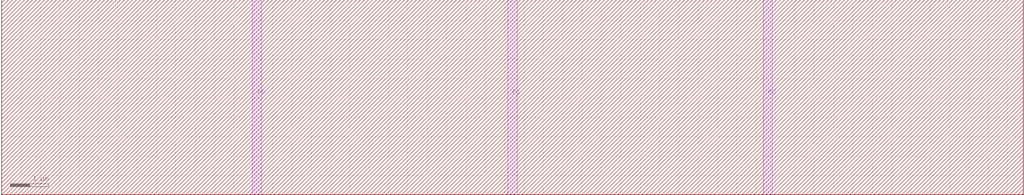
<source format=lef>
VERSION 5.1 ;

NAMESCASESENSITIVE ON ;

UNITS
    DATABASE MICRONS 100 ;
END UNITS

LAYER POLY1
    TYPE MASTERSLICE ;
END POLY1

LAYER METAL1
    TYPE ROUTING ;
    WIDTH 0.23 ;
    SPACING 0.23 ;
    SPACING 0.6 RANGE 10.0 100000.0 ;
    PITCH 0.56 ;
    DIRECTION HORIZONTAL ;
END METAL1

LAYER VIA12
    TYPE CUT ;
END VIA12

LAYER METAL2
    TYPE ROUTING ;
    WIDTH 0.28 ;
    SPACING 0.28 ;
    SPACING 0.6 RANGE 10.0 100000.0 ;
    PITCH 0.66 ;
    DIRECTION VERTICAL ;
END METAL2

LAYER VIA23
    TYPE CUT ;
END VIA23

LAYER METAL3
    TYPE ROUTING ;
    WIDTH 0.28 ;
    SPACING 0.28 ;
    SPACING 0.6 RANGE 10.0 100000.0 ;
    PITCH 0.56 ;
    DIRECTION HORIZONTAL ;
END METAL3

LAYER VIA34
    TYPE CUT ;
END VIA34

LAYER METAL4
    TYPE ROUTING ;
    WIDTH 0.28 ;
    SPACING 0.28 ;
    SPACING 0.6 RANGE 10.0 100000.0 ;
    PITCH 0.66 ;
    DIRECTION VERTICAL ;
END METAL4

LAYER VIA45
    TYPE CUT ;
END VIA45

LAYER METAL5
    TYPE ROUTING ;
    WIDTH 0.44 ;
    SPACING 0.46 ;
    SPACING 0.6 RANGE 10.0 100000.0 ;
    PITCH 1.12 ;
    DIRECTION HORIZONTAL ;
END METAL5

LAYER OVERLAP
    TYPE OVERLAP ;
END OVERLAP

VIA via1 DEFAULT
    LAYER METAL1 ;
        RECT -0.19 -0.14 0.19 0.14 ;
    LAYER VIA12 ;
        RECT -0.13 -0.13 0.13 0.13 ;
    LAYER METAL2 ;
        RECT -0.19 -0.14 0.19 0.14 ;
END via1

VIA via2 DEFAULT
    LAYER METAL2 ;
        RECT -0.19 -0.14 0.19 0.14 ;
    LAYER VIA23 ;
        RECT -0.13 -0.13 0.13 0.13 ;
    LAYER METAL3 ;
        RECT -0.19 -0.14 0.19 0.14 ;
END via2

VIA via3 DEFAULT
    LAYER METAL3 ;
        RECT -0.19 -0.14 0.19 0.14 ;
    LAYER VIA34 ;
        RECT -0.13 -0.13 0.13 0.13 ;
    LAYER METAL4 ;
        RECT -0.19 -0.14 0.19 0.14 ;
END via3

VIA via4 DEFAULT
    LAYER METAL4 ;
        RECT -0.24 -0.19 0.24 0.19 ;
    LAYER VIA45 ;
        RECT -0.18 -0.18 0.18 0.18 ;
    LAYER METAL5 ;
        RECT -0.27 -0.27 0.27 0.27 ;
END via4

SPACING
    SAMENET METAL1 METAL1 0.23 ;
    SAMENET METAL2 METAL2 0.28 ;
    SAMENET METAL3 METAL3 0.28 ;
    SAMENET METAL4 METAL4 0.28 ;
    SAMENET METAL5 METAL5 0.46 ;
    SAMENET VIA12 VIA12 0.26 ;
    SAMENET VIA23 VIA23 0.26 ;
    SAMENET VIA34 VIA34 0.26 ;
    SAMENET VIA45 VIA34 0.35 ;
END SPACING

SITE core
    SIZE 0.66 BY 5.04 ;
    CLASS CORE ;
    SYMMETRY y ;
END core

MACRO mod0
    CLASS CORE ;
    SIZE 9.24 BY 5.04 ;
    ORIGIN 0.00 0.00 ;
    SYMMETRY x y ;
    SITE core ;
    PIN P0
        DIRECTION INOUT ;
        USE SIGNAL ;
        PORT
        LAYER METAL1 ;
        RECT 1.2000 0.0000 1.4400 5.0400 ;
        END
    END P0
    PIN P1
        DIRECTION INOUT ;
        USE SIGNAL ;
        PORT
        LAYER METAL1 ;
        RECT 2.5200 0.0000 2.7600 5.0400 ;
        END
    END P1
    PIN P2
        DIRECTION INOUT ;
        USE SIGNAL ;
        PORT
        LAYER METAL1 ;
        RECT 3.8400 0.0000 4.0800 5.0400 ;
        END
    END P2
    PIN P3
        DIRECTION INOUT ;
        USE SIGNAL ;
        PORT
        LAYER METAL1 ;
        RECT 5.1600 0.0000 5.4000 5.0400 ;
        END
    END P3
    PIN P4
        DIRECTION INOUT ;
        USE SIGNAL ;
        PORT
        LAYER METAL1 ;
        RECT 6.4800 0.0000 6.7200 5.0400 ;
        END
    END P4
    PIN P5
        DIRECTION INOUT ;
        USE SIGNAL ;
        PORT
        LAYER METAL1 ;
        RECT 7.8000 0.0000 8.0400 5.0400 ;
        END
    END P5
END mod0

MACRO mod1
    CLASS CORE ;
    SIZE 2.64 BY 5.04 ;
    ORIGIN 0.00 0.00 ;
    SYMMETRY x y ;
    SITE core ;
    PIN P0
        DIRECTION INOUT ;
        USE SIGNAL ;
        PORT
        LAYER METAL1 ;
        RECT 0.5400 0.0000 0.7800 5.0400 ;
        END
    END P0
    PIN P1
        DIRECTION INOUT ;
        USE SIGNAL ;
        PORT
        LAYER METAL1 ;
        RECT 1.2000 0.0000 1.4400 5.0400 ;
        END
    END P1
    PIN P2
        DIRECTION INOUT ;
        USE SIGNAL ;
        PORT
        LAYER METAL1 ;
        RECT 1.8600 0.0000 2.1000 5.0400 ;
        END
    END P2
END mod1

MACRO mod2
    CLASS CORE ;
    SIZE 3.96 BY 5.04 ;
    ORIGIN 0.00 0.00 ;
    SYMMETRY x y ;
    SITE core ;
    PIN P0
        DIRECTION INOUT ;
        USE SIGNAL ;
        PORT
        LAYER METAL1 ;
        RECT 1.2000 0.0000 1.4400 5.0400 ;
        END
    END P0
    PIN P1
        DIRECTION INOUT ;
        USE SIGNAL ;
        PORT
        LAYER METAL1 ;
        RECT 2.5200 0.0000 2.7600 5.0400 ;
        END
    END P1
END mod2

MACRO mod3
    CLASS CORE ;
    SIZE 10.56 BY 5.04 ;
    ORIGIN 0.00 0.00 ;
    SYMMETRY x y ;
    SITE core ;
    PIN P0
        DIRECTION INOUT ;
        USE SIGNAL ;
        PORT
        LAYER METAL1 ;
        RECT 1.2000 0.0000 1.4400 5.0400 ;
        END
    END P0
    PIN P1
        DIRECTION INOUT ;
        USE SIGNAL ;
        PORT
        LAYER METAL1 ;
        RECT 2.5200 0.0000 2.7600 5.0400 ;
        END
    END P1
    PIN P2
        DIRECTION INOUT ;
        USE SIGNAL ;
        PORT
        LAYER METAL1 ;
        RECT 3.8400 0.0000 4.0800 5.0400 ;
        END
    END P2
    PIN P3
        DIRECTION INOUT ;
        USE SIGNAL ;
        PORT
        LAYER METAL1 ;
        RECT 5.1600 0.0000 5.4000 5.0400 ;
        END
    END P3
    PIN P4
        DIRECTION INOUT ;
        USE SIGNAL ;
        PORT
        LAYER METAL1 ;
        RECT 6.4800 0.0000 6.7200 5.0400 ;
        END
    END P4
    PIN P5
        DIRECTION INOUT ;
        USE SIGNAL ;
        PORT
        LAYER METAL1 ;
        RECT 7.8000 0.0000 8.0400 5.0400 ;
        END
    END P5
    PIN P6
        DIRECTION INOUT ;
        USE SIGNAL ;
        PORT
        LAYER METAL1 ;
        RECT 9.1200 0.0000 9.3600 5.0400 ;
        END
    END P6
END mod3

MACRO mod4
    CLASS CORE ;
    SIZE 5.28 BY 5.04 ;
    ORIGIN 0.00 0.00 ;
    SYMMETRY x y ;
    SITE core ;
    PIN P0
        DIRECTION INOUT ;
        USE SIGNAL ;
        PORT
        LAYER METAL1 ;
        RECT 0.7600 0.0000 1.0000 5.0400 ;
        END
    END P0
    PIN P1
        DIRECTION INOUT ;
        USE SIGNAL ;
        PORT
        LAYER METAL1 ;
        RECT 1.6400 0.0000 1.8800 5.0400 ;
        END
    END P1
    PIN P2
        DIRECTION INOUT ;
        USE SIGNAL ;
        PORT
        LAYER METAL1 ;
        RECT 2.5200 0.0000 2.7600 5.0400 ;
        END
    END P2
    PIN P3
        DIRECTION INOUT ;
        USE SIGNAL ;
        PORT
        LAYER METAL1 ;
        RECT 3.4000 0.0000 3.6400 5.0400 ;
        END
    END P3
    PIN P4
        DIRECTION INOUT ;
        USE SIGNAL ;
        PORT
        LAYER METAL1 ;
        RECT 4.2800 0.0000 4.5200 5.0400 ;
        END
    END P4
END mod4

MACRO mod5
    CLASS CORE ;
    SIZE 1.32 BY 5.04 ;
    ORIGIN 0.00 0.00 ;
    SYMMETRY x y ;
    SITE core ;
    PIN P0
        DIRECTION INOUT ;
        USE SIGNAL ;
        PORT
        LAYER METAL1 ;
        RECT 0.3200 0.0000 0.5600 5.0400 ;
        END
    END P0
    PIN P1
        DIRECTION INOUT ;
        USE SIGNAL ;
        PORT
        LAYER METAL1 ;
        RECT 0.7600 0.0000 1.0000 5.0400 ;
        END
    END P1
END mod5

MACRO mod6
    CLASS CORE ;
    SIZE 3.96 BY 5.04 ;
    ORIGIN 0.00 0.00 ;
    SYMMETRY x y ;
    SITE core ;
    PIN P0
        DIRECTION INOUT ;
        USE SIGNAL ;
        PORT
        LAYER METAL1 ;
        RECT 0.5400 0.0000 0.7800 5.0400 ;
        END
    END P0
    PIN P1
        DIRECTION INOUT ;
        USE SIGNAL ;
        PORT
        LAYER METAL1 ;
        RECT 1.2000 0.0000 1.4400 5.0400 ;
        END
    END P1
    PIN P2
        DIRECTION INOUT ;
        USE SIGNAL ;
        PORT
        LAYER METAL1 ;
        RECT 1.8600 0.0000 2.1000 5.0400 ;
        END
    END P2
    PIN P3
        DIRECTION INOUT ;
        USE SIGNAL ;
        PORT
        LAYER METAL1 ;
        RECT 2.5200 0.0000 2.7600 5.0400 ;
        END
    END P3
    PIN P4
        DIRECTION INOUT ;
        USE SIGNAL ;
        PORT
        LAYER METAL1 ;
        RECT 3.1800 0.0000 3.4200 5.0400 ;
        END
    END P4
END mod6

MACRO mod7
    CLASS CORE ;
    SIZE 10.56 BY 5.04 ;
    ORIGIN 0.00 0.00 ;
    SYMMETRY x y ;
    SITE core ;
    PIN P0
        DIRECTION INOUT ;
        USE SIGNAL ;
        PORT
        LAYER METAL1 ;
        RECT 0.9400 0.0000 1.1800 5.0400 ;
        END
    END P0
    PIN P1
        DIRECTION INOUT ;
        USE SIGNAL ;
        PORT
        LAYER METAL1 ;
        RECT 2.0000 0.0000 2.2400 5.0400 ;
        END
    END P1
    PIN P2
        DIRECTION INOUT ;
        USE SIGNAL ;
        PORT
        LAYER METAL1 ;
        RECT 3.0500 0.0000 3.2900 5.0400 ;
        END
    END P2
    PIN P3
        DIRECTION INOUT ;
        USE SIGNAL ;
        PORT
        LAYER METAL1 ;
        RECT 4.1100 0.0000 4.3500 5.0400 ;
        END
    END P3
    PIN P4
        DIRECTION INOUT ;
        USE SIGNAL ;
        PORT
        LAYER METAL1 ;
        RECT 5.1600 0.0000 5.4000 5.0400 ;
        END
    END P4
    PIN P5
        DIRECTION INOUT ;
        USE SIGNAL ;
        PORT
        LAYER METAL1 ;
        RECT 6.2100 0.0000 6.4500 5.0400 ;
        END
    END P5
    PIN P6
        DIRECTION INOUT ;
        USE SIGNAL ;
        PORT
        LAYER METAL1 ;
        RECT 7.2700 0.0000 7.5100 5.0400 ;
        END
    END P6
    PIN P7
        DIRECTION INOUT ;
        USE SIGNAL ;
        PORT
        LAYER METAL1 ;
        RECT 8.3200 0.0000 8.5600 5.0400 ;
        END
    END P7
    PIN P8
        DIRECTION INOUT ;
        USE SIGNAL ;
        PORT
        LAYER METAL1 ;
        RECT 9.3800 0.0000 9.6200 5.0400 ;
        END
    END P8
END mod7

MACRO mod8
    CLASS CORE ;
    SIZE 2.64 BY 5.04 ;
    ORIGIN 0.00 0.00 ;
    SYMMETRY x y ;
    SITE core ;
    PIN P0
        DIRECTION INOUT ;
        USE SIGNAL ;
        PORT
        LAYER METAL1 ;
        RECT 0.7600 0.0000 1.0000 5.0400 ;
        END
    END P0
    PIN P1
        DIRECTION INOUT ;
        USE SIGNAL ;
        PORT
        LAYER METAL1 ;
        RECT 1.6400 0.0000 1.8800 5.0400 ;
        END
    END P1
END mod8

MACRO mod9
    CLASS CORE ;
    SIZE 7.92 BY 5.04 ;
    ORIGIN 0.00 0.00 ;
    SYMMETRY x y ;
    SITE core ;
    PIN P0
        DIRECTION INOUT ;
        USE SIGNAL ;
        PORT
        LAYER METAL1 ;
        RECT 1.4700 0.0000 1.7100 5.0400 ;
        END
    END P0
    PIN P1
        DIRECTION INOUT ;
        USE SIGNAL ;
        PORT
        LAYER METAL1 ;
        RECT 3.0500 0.0000 3.2900 5.0400 ;
        END
    END P1
    PIN P2
        DIRECTION INOUT ;
        USE SIGNAL ;
        PORT
        LAYER METAL1 ;
        RECT 4.6300 0.0000 4.8700 5.0400 ;
        END
    END P2
    PIN P3
        DIRECTION INOUT ;
        USE SIGNAL ;
        PORT
        LAYER METAL1 ;
        RECT 6.2100 0.0000 6.4500 5.0400 ;
        END
    END P3
END mod9

MACRO mod10
    CLASS CORE ;
    SIZE 3.96 BY 5.04 ;
    ORIGIN 0.00 0.00 ;
    SYMMETRY x y ;
    SITE core ;
    PIN P0
        DIRECTION INOUT ;
        USE SIGNAL ;
        PORT
        LAYER METAL1 ;
        RECT 0.6800 0.0000 0.9200 5.0400 ;
        END
    END P0
    PIN P1
        DIRECTION INOUT ;
        USE SIGNAL ;
        PORT
        LAYER METAL1 ;
        RECT 1.4700 0.0000 1.7100 5.0400 ;
        END
    END P1
    PIN P2
        DIRECTION INOUT ;
        USE SIGNAL ;
        PORT
        LAYER METAL1 ;
        RECT 2.2500 0.0000 2.4900 5.0400 ;
        END
    END P2
    PIN P3
        DIRECTION INOUT ;
        USE SIGNAL ;
        PORT
        LAYER METAL1 ;
        RECT 3.0400 0.0000 3.2800 5.0400 ;
        END
    END P3
END mod10

MACRO mod11
    CLASS CORE ;
    SIZE 5.28 BY 5.04 ;
    ORIGIN 0.00 0.00 ;
    SYMMETRY x y ;
    SITE core ;
    PIN P0
        DIRECTION INOUT ;
        USE SIGNAL ;
        PORT
        LAYER METAL1 ;
        RECT 2.5200 0.0000 2.7600 5.0400 ;
        END
    END P0
END mod11

MACRO mod12
    CLASS CORE ;
    SIZE 1.32 BY 5.04 ;
    ORIGIN 0.00 0.00 ;
    SYMMETRY x y ;
    SITE core ;
    PIN P0
        DIRECTION INOUT ;
        USE SIGNAL ;
        PORT
        LAYER METAL1 ;
        RECT 0.5400 0.0000 0.7800 5.0400 ;
        END
    END P0
END mod12

MACRO mod13
    CLASS CORE ;
    SIZE 7.92 BY 5.04 ;
    ORIGIN 0.00 0.00 ;
    SYMMETRY x y ;
    SITE core ;
    PIN P0
        DIRECTION INOUT ;
        USE SIGNAL ;
        PORT
        LAYER METAL1 ;
        RECT 0.6800 0.0000 0.9200 5.0400 ;
        END
    END P0
    PIN P1
        DIRECTION INOUT ;
        USE SIGNAL ;
        PORT
        LAYER METAL1 ;
        RECT 1.4700 0.0000 1.7100 5.0400 ;
        END
    END P1
    PIN P2
        DIRECTION INOUT ;
        USE SIGNAL ;
        PORT
        LAYER METAL1 ;
        RECT 2.2600 0.0000 2.5000 5.0400 ;
        END
    END P2
    PIN P3
        DIRECTION INOUT ;
        USE SIGNAL ;
        PORT
        LAYER METAL1 ;
        RECT 3.0500 0.0000 3.2900 5.0400 ;
        END
    END P3
    PIN P4
        DIRECTION INOUT ;
        USE SIGNAL ;
        PORT
        LAYER METAL1 ;
        RECT 3.8400 0.0000 4.0800 5.0400 ;
        END
    END P4
    PIN P5
        DIRECTION INOUT ;
        USE SIGNAL ;
        PORT
        LAYER METAL1 ;
        RECT 4.6300 0.0000 4.8700 5.0400 ;
        END
    END P5
    PIN P6
        DIRECTION INOUT ;
        USE SIGNAL ;
        PORT
        LAYER METAL1 ;
        RECT 5.4200 0.0000 5.6600 5.0400 ;
        END
    END P6
    PIN P7
        DIRECTION INOUT ;
        USE SIGNAL ;
        PORT
        LAYER METAL1 ;
        RECT 6.2100 0.0000 6.4500 5.0400 ;
        END
    END P7
    PIN P8
        DIRECTION INOUT ;
        USE SIGNAL ;
        PORT
        LAYER METAL1 ;
        RECT 7.0000 0.0000 7.2400 5.0400 ;
        END
    END P8
END mod13

MACRO mod14
    CLASS CORE ;
    SIZE 6.60 BY 5.04 ;
    ORIGIN 0.00 0.00 ;
    SYMMETRY x y ;
    SITE core ;
    PIN P0
        DIRECTION INOUT ;
        USE SIGNAL ;
        PORT
        LAYER METAL1 ;
        RECT 0.9800 0.0000 1.2200 5.0400 ;
        END
    END P0
    PIN P1
        DIRECTION INOUT ;
        USE SIGNAL ;
        PORT
        LAYER METAL1 ;
        RECT 2.0800 0.0000 2.3200 5.0400 ;
        END
    END P1
    PIN P2
        DIRECTION INOUT ;
        USE SIGNAL ;
        PORT
        LAYER METAL1 ;
        RECT 3.1800 0.0000 3.4200 5.0400 ;
        END
    END P2
    PIN P3
        DIRECTION INOUT ;
        USE SIGNAL ;
        PORT
        LAYER METAL1 ;
        RECT 4.2800 0.0000 4.5200 5.0400 ;
        END
    END P3
    PIN P4
        DIRECTION INOUT ;
        USE SIGNAL ;
        PORT
        LAYER METAL1 ;
        RECT 5.3800 0.0000 5.6200 5.0400 ;
        END
    END P4
END mod14

MACRO mod15
    CLASS CORE ;
    SIZE 3.96 BY 5.04 ;
    ORIGIN 0.00 0.00 ;
    SYMMETRY x y ;
    SITE core ;
    PIN P0
        DIRECTION INOUT ;
        USE SIGNAL ;
        PORT
        LAYER METAL1 ;
        RECT 0.8700 0.0000 1.1100 5.0400 ;
        END
    END P0
    PIN P1
        DIRECTION INOUT ;
        USE SIGNAL ;
        PORT
        LAYER METAL1 ;
        RECT 1.8600 0.0000 2.1000 5.0400 ;
        END
    END P1
    PIN P2
        DIRECTION INOUT ;
        USE SIGNAL ;
        PORT
        LAYER METAL1 ;
        RECT 2.8500 0.0000 3.0900 5.0400 ;
        END
    END P2
END mod15

MACRO mod16
    CLASS CORE ;
    SIZE 9.24 BY 5.04 ;
    ORIGIN 0.00 0.00 ;
    SYMMETRY x y ;
    SITE core ;
    PIN P0
        DIRECTION INOUT ;
        USE SIGNAL ;
        PORT
        LAYER METAL1 ;
        RECT 0.8100 0.0000 1.0500 5.0400 ;
        END
    END P0
    PIN P1
        DIRECTION INOUT ;
        USE SIGNAL ;
        PORT
        LAYER METAL1 ;
        RECT 1.7300 0.0000 1.9700 5.0400 ;
        END
    END P1
    PIN P2
        DIRECTION INOUT ;
        USE SIGNAL ;
        PORT
        LAYER METAL1 ;
        RECT 2.6600 0.0000 2.9000 5.0400 ;
        END
    END P2
    PIN P3
        DIRECTION INOUT ;
        USE SIGNAL ;
        PORT
        LAYER METAL1 ;
        RECT 3.5800 0.0000 3.8200 5.0400 ;
        END
    END P3
    PIN P4
        DIRECTION INOUT ;
        USE SIGNAL ;
        PORT
        LAYER METAL1 ;
        RECT 4.5000 0.0000 4.7400 5.0400 ;
        END
    END P4
    PIN P5
        DIRECTION INOUT ;
        USE SIGNAL ;
        PORT
        LAYER METAL1 ;
        RECT 5.4200 0.0000 5.6600 5.0400 ;
        END
    END P5
    PIN P6
        DIRECTION INOUT ;
        USE SIGNAL ;
        PORT
        LAYER METAL1 ;
        RECT 6.3400 0.0000 6.5800 5.0400 ;
        END
    END P6
    PIN P7
        DIRECTION INOUT ;
        USE SIGNAL ;
        PORT
        LAYER METAL1 ;
        RECT 7.2700 0.0000 7.5100 5.0400 ;
        END
    END P7
    PIN P8
        DIRECTION INOUT ;
        USE SIGNAL ;
        PORT
        LAYER METAL1 ;
        RECT 8.1900 0.0000 8.4300 5.0400 ;
        END
    END P8
END mod16

MACRO mod17
    CLASS CORE ;
    SIZE 26.40 BY 5.04 ;
    ORIGIN 0.00 0.00 ;
    SYMMETRY x y ;
    SITE core ;
    PIN P0
        DIRECTION INOUT ;
        USE SIGNAL ;
        PORT
        LAYER METAL1 ;
        RECT 6.4800 0.0000 6.7200 5.0400 ;
        END
    END P0
    PIN P1
        DIRECTION INOUT ;
        USE SIGNAL ;
        PORT
        LAYER METAL1 ;
        RECT 13.0800 0.0000 13.3200 5.0400 ;
        END
    END P1
    PIN P2
        DIRECTION INOUT ;
        USE SIGNAL ;
        PORT
        LAYER METAL1 ;
        RECT 19.6800 0.0000 19.9200 5.0400 ;
        END
    END P2
END mod17

MACRO mod18
    CLASS CORE ;
    SIZE 9.24 BY 5.04 ;
    ORIGIN 0.00 0.00 ;
    SYMMETRY x y ;
    SITE core ;
    PIN P0
        DIRECTION INOUT ;
        USE SIGNAL ;
        PORT
        LAYER METAL1 ;
        RECT 1.4200 0.0000 1.6600 5.0400 ;
        END
    END P0
    PIN P1
        DIRECTION INOUT ;
        USE SIGNAL ;
        PORT
        LAYER METAL1 ;
        RECT 2.9600 0.0000 3.2000 5.0400 ;
        END
    END P1
    PIN P2
        DIRECTION INOUT ;
        USE SIGNAL ;
        PORT
        LAYER METAL1 ;
        RECT 4.5000 0.0000 4.7400 5.0400 ;
        END
    END P2
    PIN P3
        DIRECTION INOUT ;
        USE SIGNAL ;
        PORT
        LAYER METAL1 ;
        RECT 6.0400 0.0000 6.2800 5.0400 ;
        END
    END P3
    PIN P4
        DIRECTION INOUT ;
        USE SIGNAL ;
        PORT
        LAYER METAL1 ;
        RECT 7.5800 0.0000 7.8200 5.0400 ;
        END
    END P4
END mod18

MACRO mod19
    CLASS CORE ;
    SIZE 7.92 BY 5.04 ;
    ORIGIN 0.00 0.00 ;
    SYMMETRY x y ;
    SITE core ;
    PIN P0
        DIRECTION INOUT ;
        USE SIGNAL ;
        PORT
        LAYER METAL1 ;
        RECT 0.8700 0.0000 1.1100 5.0400 ;
        END
    END P0
    PIN P1
        DIRECTION INOUT ;
        USE SIGNAL ;
        PORT
        LAYER METAL1 ;
        RECT 1.8600 0.0000 2.1000 5.0400 ;
        END
    END P1
    PIN P2
        DIRECTION INOUT ;
        USE SIGNAL ;
        PORT
        LAYER METAL1 ;
        RECT 2.8500 0.0000 3.0900 5.0400 ;
        END
    END P2
    PIN P3
        DIRECTION INOUT ;
        USE SIGNAL ;
        PORT
        LAYER METAL1 ;
        RECT 3.8400 0.0000 4.0800 5.0400 ;
        END
    END P3
    PIN P4
        DIRECTION INOUT ;
        USE SIGNAL ;
        PORT
        LAYER METAL1 ;
        RECT 4.8300 0.0000 5.0700 5.0400 ;
        END
    END P4
    PIN P5
        DIRECTION INOUT ;
        USE SIGNAL ;
        PORT
        LAYER METAL1 ;
        RECT 5.8200 0.0000 6.0600 5.0400 ;
        END
    END P5
    PIN P6
        DIRECTION INOUT ;
        USE SIGNAL ;
        PORT
        LAYER METAL1 ;
        RECT 6.8100 0.0000 7.0500 5.0400 ;
        END
    END P6
END mod19

MACRO mod20
    CLASS CORE ;
    SIZE 6.60 BY 5.04 ;
    ORIGIN 0.00 0.00 ;
    SYMMETRY x y ;
    SITE core ;
    PIN P0
        DIRECTION INOUT ;
        USE SIGNAL ;
        PORT
        LAYER METAL1 ;
        RECT 1.2000 0.0000 1.4400 5.0400 ;
        END
    END P0
    PIN P1
        DIRECTION INOUT ;
        USE SIGNAL ;
        PORT
        LAYER METAL1 ;
        RECT 2.5200 0.0000 2.7600 5.0400 ;
        END
    END P1
    PIN P2
        DIRECTION INOUT ;
        USE SIGNAL ;
        PORT
        LAYER METAL1 ;
        RECT 3.8400 0.0000 4.0800 5.0400 ;
        END
    END P2
    PIN P3
        DIRECTION INOUT ;
        USE SIGNAL ;
        PORT
        LAYER METAL1 ;
        RECT 5.1600 0.0000 5.4000 5.0400 ;
        END
    END P3
END mod20

MACRO mod21
    CLASS CORE ;
    SIZE 7.92 BY 5.04 ;
    ORIGIN 0.00 0.00 ;
    SYMMETRY x y ;
    SITE core ;
    PIN P0
        DIRECTION INOUT ;
        USE SIGNAL ;
        PORT
        LAYER METAL1 ;
        RECT 1.8600 0.0000 2.1000 5.0400 ;
        END
    END P0
    PIN P1
        DIRECTION INOUT ;
        USE SIGNAL ;
        PORT
        LAYER METAL1 ;
        RECT 3.8400 0.0000 4.0800 5.0400 ;
        END
    END P1
    PIN P2
        DIRECTION INOUT ;
        USE SIGNAL ;
        PORT
        LAYER METAL1 ;
        RECT 5.8200 0.0000 6.0600 5.0400 ;
        END
    END P2
END mod21

MACRO mod22
    CLASS CORE ;
    SIZE 5.28 BY 5.04 ;
    ORIGIN 0.00 0.00 ;
    SYMMETRY x y ;
    SITE core ;
    PIN P0
        DIRECTION INOUT ;
        USE SIGNAL ;
        PORT
        LAYER METAL1 ;
        RECT 1.2000 0.0000 1.4400 5.0400 ;
        END
    END P0
    PIN P1
        DIRECTION INOUT ;
        USE SIGNAL ;
        PORT
        LAYER METAL1 ;
        RECT 2.5200 0.0000 2.7600 5.0400 ;
        END
    END P1
    PIN P2
        DIRECTION INOUT ;
        USE SIGNAL ;
        PORT
        LAYER METAL1 ;
        RECT 3.8400 0.0000 4.0800 5.0400 ;
        END
    END P2
END mod22

MACRO mod23
    CLASS CORE ;
    SIZE 6.60 BY 5.04 ;
    ORIGIN 0.00 0.00 ;
    SYMMETRY x y ;
    SITE core ;
    PIN P0
        DIRECTION INOUT ;
        USE SIGNAL ;
        PORT
        LAYER METAL1 ;
        RECT 2.0800 0.0000 2.3200 5.0400 ;
        END
    END P0
    PIN P1
        DIRECTION INOUT ;
        USE SIGNAL ;
        PORT
        LAYER METAL1 ;
        RECT 4.2800 0.0000 4.5200 5.0400 ;
        END
    END P1
END mod23

MACRO mod24
    CLASS CORE ;
    SIZE 7.92 BY 5.04 ;
    ORIGIN 0.00 0.00 ;
    SYMMETRY x y ;
    SITE core ;
    PIN P0
        DIRECTION INOUT ;
        USE SIGNAL ;
        PORT
        LAYER METAL1 ;
        RECT 1.0200 0.0000 1.2600 5.0400 ;
        END
    END P0
    PIN P1
        DIRECTION INOUT ;
        USE SIGNAL ;
        PORT
        LAYER METAL1 ;
        RECT 2.1500 0.0000 2.3900 5.0400 ;
        END
    END P1
    PIN P2
        DIRECTION INOUT ;
        USE SIGNAL ;
        PORT
        LAYER METAL1 ;
        RECT 3.2800 0.0000 3.5200 5.0400 ;
        END
    END P2
    PIN P3
        DIRECTION INOUT ;
        USE SIGNAL ;
        PORT
        LAYER METAL1 ;
        RECT 4.4000 0.0000 4.6400 5.0400 ;
        END
    END P3
    PIN P4
        DIRECTION INOUT ;
        USE SIGNAL ;
        PORT
        LAYER METAL1 ;
        RECT 5.5300 0.0000 5.7700 5.0400 ;
        END
    END P4
    PIN P5
        DIRECTION INOUT ;
        USE SIGNAL ;
        PORT
        LAYER METAL1 ;
        RECT 6.6600 0.0000 6.9000 5.0400 ;
        END
    END P5
END mod24

MACRO mod25
    CLASS CORE ;
    SIZE 6.60 BY 5.04 ;
    ORIGIN 0.00 0.00 ;
    SYMMETRY x y ;
    SITE core ;
    PIN P0
        DIRECTION INOUT ;
        USE SIGNAL ;
        PORT
        LAYER METAL1 ;
        RECT 0.8300 0.0000 1.0700 5.0400 ;
        END
    END P0
    PIN P1
        DIRECTION INOUT ;
        USE SIGNAL ;
        PORT
        LAYER METAL1 ;
        RECT 1.7700 0.0000 2.0100 5.0400 ;
        END
    END P1
    PIN P2
        DIRECTION INOUT ;
        USE SIGNAL ;
        PORT
        LAYER METAL1 ;
        RECT 2.7100 0.0000 2.9500 5.0400 ;
        END
    END P2
    PIN P3
        DIRECTION INOUT ;
        USE SIGNAL ;
        PORT
        LAYER METAL1 ;
        RECT 3.6500 0.0000 3.8900 5.0400 ;
        END
    END P3
    PIN P4
        DIRECTION INOUT ;
        USE SIGNAL ;
        PORT
        LAYER METAL1 ;
        RECT 4.5900 0.0000 4.8300 5.0400 ;
        END
    END P4
    PIN P5
        DIRECTION INOUT ;
        USE SIGNAL ;
        PORT
        LAYER METAL1 ;
        RECT 5.5300 0.0000 5.7700 5.0400 ;
        END
    END P5
END mod25

MACRO mod26
    CLASS CORE ;
    SIZE 5.28 BY 5.04 ;
    ORIGIN 0.00 0.00 ;
    SYMMETRY x y ;
    SITE core ;
    PIN P0
        DIRECTION INOUT ;
        USE SIGNAL ;
        PORT
        LAYER METAL1 ;
        RECT 1.6400 0.0000 1.8800 5.0400 ;
        END
    END P0
    PIN P1
        DIRECTION INOUT ;
        USE SIGNAL ;
        PORT
        LAYER METAL1 ;
        RECT 3.4000 0.0000 3.6400 5.0400 ;
        END
    END P1
END mod26

MACRO mod27
    CLASS CORE ;
    SIZE 11.88 BY 5.04 ;
    ORIGIN 0.00 0.00 ;
    SYMMETRY x y ;
    SITE core ;
    PIN P0
        DIRECTION INOUT ;
        USE SIGNAL ;
        PORT
        LAYER METAL1 ;
        RECT 1.5800 0.0000 1.8200 5.0400 ;
        END
    END P0
    PIN P1
        DIRECTION INOUT ;
        USE SIGNAL ;
        PORT
        LAYER METAL1 ;
        RECT 3.2800 0.0000 3.5200 5.0400 ;
        END
    END P1
    PIN P2
        DIRECTION INOUT ;
        USE SIGNAL ;
        PORT
        LAYER METAL1 ;
        RECT 4.9800 0.0000 5.2200 5.0400 ;
        END
    END P2
    PIN P3
        DIRECTION INOUT ;
        USE SIGNAL ;
        PORT
        LAYER METAL1 ;
        RECT 6.6600 0.0000 6.9000 5.0400 ;
        END
    END P3
    PIN P4
        DIRECTION INOUT ;
        USE SIGNAL ;
        PORT
        LAYER METAL1 ;
        RECT 8.3600 0.0000 8.6000 5.0400 ;
        END
    END P4
    PIN P5
        DIRECTION INOUT ;
        USE SIGNAL ;
        PORT
        LAYER METAL1 ;
        RECT 10.0600 0.0000 10.3000 5.0400 ;
        END
    END P5
END mod27

MACRO mod28
    CLASS CORE ;
    SIZE 9.24 BY 5.04 ;
    ORIGIN 0.00 0.00 ;
    SYMMETRY x y ;
    SITE core ;
    PIN P0
        DIRECTION INOUT ;
        USE SIGNAL ;
        PORT
        LAYER METAL1 ;
        RECT 0.9100 0.0000 1.1500 5.0400 ;
        END
    END P0
    PIN P1
        DIRECTION INOUT ;
        USE SIGNAL ;
        PORT
        LAYER METAL1 ;
        RECT 1.9400 0.0000 2.1800 5.0400 ;
        END
    END P1
    PIN P2
        DIRECTION INOUT ;
        USE SIGNAL ;
        PORT
        LAYER METAL1 ;
        RECT 2.9600 0.0000 3.2000 5.0400 ;
        END
    END P2
    PIN P3
        DIRECTION INOUT ;
        USE SIGNAL ;
        PORT
        LAYER METAL1 ;
        RECT 3.9900 0.0000 4.2300 5.0400 ;
        END
    END P3
    PIN P4
        DIRECTION INOUT ;
        USE SIGNAL ;
        PORT
        LAYER METAL1 ;
        RECT 5.0100 0.0000 5.2500 5.0400 ;
        END
    END P4
    PIN P5
        DIRECTION INOUT ;
        USE SIGNAL ;
        PORT
        LAYER METAL1 ;
        RECT 6.0300 0.0000 6.2700 5.0400 ;
        END
    END P5
    PIN P6
        DIRECTION INOUT ;
        USE SIGNAL ;
        PORT
        LAYER METAL1 ;
        RECT 7.0600 0.0000 7.3000 5.0400 ;
        END
    END P6
    PIN P7
        DIRECTION INOUT ;
        USE SIGNAL ;
        PORT
        LAYER METAL1 ;
        RECT 8.0900 0.0000 8.3300 5.0400 ;
        END
    END P7
END mod28

MACRO mod29
    CLASS CORE ;
    SIZE 13.20 BY 5.04 ;
    ORIGIN 0.00 0.00 ;
    SYMMETRY x y ;
    SITE core ;
    PIN P0
        DIRECTION INOUT ;
        USE SIGNAL ;
        PORT
        LAYER METAL1 ;
        RECT 1.7700 0.0000 2.0100 5.0400 ;
        END
    END P0
    PIN P1
        DIRECTION INOUT ;
        USE SIGNAL ;
        PORT
        LAYER METAL1 ;
        RECT 3.6600 0.0000 3.9000 5.0400 ;
        END
    END P1
    PIN P2
        DIRECTION INOUT ;
        USE SIGNAL ;
        PORT
        LAYER METAL1 ;
        RECT 5.5400 0.0000 5.7800 5.0400 ;
        END
    END P2
    PIN P3
        DIRECTION INOUT ;
        USE SIGNAL ;
        PORT
        LAYER METAL1 ;
        RECT 7.4200 0.0000 7.6600 5.0400 ;
        END
    END P3
    PIN P4
        DIRECTION INOUT ;
        USE SIGNAL ;
        PORT
        LAYER METAL1 ;
        RECT 9.3000 0.0000 9.5400 5.0400 ;
        END
    END P4
    PIN P5
        DIRECTION INOUT ;
        USE SIGNAL ;
        PORT
        LAYER METAL1 ;
        RECT 11.1900 0.0000 11.4300 5.0400 ;
        END
    END P5
END mod29

MACRO mod30
    CLASS CORE ;
    SIZE 6.60 BY 5.04 ;
    ORIGIN 0.00 0.00 ;
    SYMMETRY x y ;
    SITE core ;
    PIN P0
        DIRECTION INOUT ;
        USE SIGNAL ;
        PORT
        LAYER METAL1 ;
        RECT 1.5300 0.0000 1.7700 5.0400 ;
        END
    END P0
    PIN P1
        DIRECTION INOUT ;
        USE SIGNAL ;
        PORT
        LAYER METAL1 ;
        RECT 3.1800 0.0000 3.4200 5.0400 ;
        END
    END P1
    PIN P2
        DIRECTION INOUT ;
        USE SIGNAL ;
        PORT
        LAYER METAL1 ;
        RECT 4.8300 0.0000 5.0700 5.0400 ;
        END
    END P2
END mod30

MACRO mod31
    CLASS CORE ;
    SIZE 3.96 BY 5.04 ;
    ORIGIN 0.00 0.00 ;
    SYMMETRY x y ;
    SITE core ;
    PIN P0
        DIRECTION INOUT ;
        USE SIGNAL ;
        PORT
        LAYER METAL1 ;
        RECT 1.8600 0.0000 2.1000 5.0400 ;
        END
    END P0
END mod31

MACRO mod32
    CLASS CORE ;
    SIZE 15.84 BY 5.04 ;
    ORIGIN 0.00 0.00 ;
    SYMMETRY x y ;
    SITE core ;
    PIN P0
        DIRECTION INOUT ;
        USE SIGNAL ;
        PORT
        LAYER METAL1 ;
        RECT 5.1600 0.0000 5.4000 5.0400 ;
        END
    END P0
    PIN P1
        DIRECTION INOUT ;
        USE SIGNAL ;
        PORT
        LAYER METAL1 ;
        RECT 10.4400 0.0000 10.6800 5.0400 ;
        END
    END P1
END mod32

MACRO mod33
    CLASS CORE ;
    SIZE 10.56 BY 5.04 ;
    ORIGIN 0.00 0.00 ;
    SYMMETRY x y ;
    SITE core ;
    PIN P0
        DIRECTION INOUT ;
        USE SIGNAL ;
        PORT
        LAYER METAL1 ;
        RECT 3.4000 0.0000 3.6400 5.0400 ;
        END
    END P0
    PIN P1
        DIRECTION INOUT ;
        USE SIGNAL ;
        PORT
        LAYER METAL1 ;
        RECT 6.9200 0.0000 7.1600 5.0400 ;
        END
    END P1
END mod33

MACRO mod34
    CLASS CORE ;
    SIZE 9.24 BY 5.04 ;
    ORIGIN 0.00 0.00 ;
    SYMMETRY x y ;
    SITE core ;
    PIN P0
        DIRECTION INOUT ;
        USE SIGNAL ;
        PORT
        LAYER METAL1 ;
        RECT 1.0400 0.0000 1.2800 5.0400 ;
        END
    END P0
    PIN P1
        DIRECTION INOUT ;
        USE SIGNAL ;
        PORT
        LAYER METAL1 ;
        RECT 2.1900 0.0000 2.4300 5.0400 ;
        END
    END P1
    PIN P2
        DIRECTION INOUT ;
        USE SIGNAL ;
        PORT
        LAYER METAL1 ;
        RECT 3.3500 0.0000 3.5900 5.0400 ;
        END
    END P2
    PIN P3
        DIRECTION INOUT ;
        USE SIGNAL ;
        PORT
        LAYER METAL1 ;
        RECT 4.5000 0.0000 4.7400 5.0400 ;
        END
    END P3
    PIN P4
        DIRECTION INOUT ;
        USE SIGNAL ;
        PORT
        LAYER METAL1 ;
        RECT 5.6500 0.0000 5.8900 5.0400 ;
        END
    END P4
    PIN P5
        DIRECTION INOUT ;
        USE SIGNAL ;
        PORT
        LAYER METAL1 ;
        RECT 6.8100 0.0000 7.0500 5.0400 ;
        END
    END P5
    PIN P6
        DIRECTION INOUT ;
        USE SIGNAL ;
        PORT
        LAYER METAL1 ;
        RECT 7.9600 0.0000 8.2000 5.0400 ;
        END
    END P6
END mod34

MACRO mod35
    CLASS CORE ;
    SIZE 6.60 BY 5.04 ;
    ORIGIN 0.00 0.00 ;
    SYMMETRY x y ;
    SITE core ;
    PIN P0
        DIRECTION INOUT ;
        USE SIGNAL ;
        PORT
        LAYER METAL1 ;
        RECT 0.7100 0.0000 0.9500 5.0400 ;
        END
    END P0
    PIN P1
        DIRECTION INOUT ;
        USE SIGNAL ;
        PORT
        LAYER METAL1 ;
        RECT 1.5300 0.0000 1.7700 5.0400 ;
        END
    END P1
    PIN P2
        DIRECTION INOUT ;
        USE SIGNAL ;
        PORT
        LAYER METAL1 ;
        RECT 2.3600 0.0000 2.6000 5.0400 ;
        END
    END P2
    PIN P3
        DIRECTION INOUT ;
        USE SIGNAL ;
        PORT
        LAYER METAL1 ;
        RECT 3.1800 0.0000 3.4200 5.0400 ;
        END
    END P3
    PIN P4
        DIRECTION INOUT ;
        USE SIGNAL ;
        PORT
        LAYER METAL1 ;
        RECT 4.0000 0.0000 4.2400 5.0400 ;
        END
    END P4
    PIN P5
        DIRECTION INOUT ;
        USE SIGNAL ;
        PORT
        LAYER METAL1 ;
        RECT 4.8300 0.0000 5.0700 5.0400 ;
        END
    END P5
    PIN P6
        DIRECTION INOUT ;
        USE SIGNAL ;
        PORT
        LAYER METAL1 ;
        RECT 5.6500 0.0000 5.8900 5.0400 ;
        END
    END P6
END mod35

MACRO mod36
    CLASS CORE ;
    SIZE 2.64 BY 5.04 ;
    ORIGIN 0.00 0.00 ;
    SYMMETRY x y ;
    SITE core ;
    PIN P0
        DIRECTION INOUT ;
        USE SIGNAL ;
        PORT
        LAYER METAL1 ;
        RECT 1.2000 0.0000 1.4400 5.0400 ;
        END
    END P0
END mod36

MACRO mod37
    CLASS CORE ;
    SIZE 9.24 BY 5.04 ;
    ORIGIN 0.00 0.00 ;
    SYMMETRY x y ;
    SITE core ;
    PIN P0
        DIRECTION INOUT ;
        USE SIGNAL ;
        PORT
        LAYER METAL1 ;
        RECT 2.9600 0.0000 3.2000 5.0400 ;
        END
    END P0
    PIN P1
        DIRECTION INOUT ;
        USE SIGNAL ;
        PORT
        LAYER METAL1 ;
        RECT 6.0400 0.0000 6.2800 5.0400 ;
        END
    END P1
END mod37

MACRO mod38
    CLASS CORE ;
    SIZE 13.20 BY 5.04 ;
    ORIGIN 0.00 0.00 ;
    SYMMETRY x y ;
    SITE core ;
    PIN P0
        DIRECTION INOUT ;
        USE SIGNAL ;
        PORT
        LAYER METAL1 ;
        RECT 4.2800 0.0000 4.5200 5.0400 ;
        END
    END P0
    PIN P1
        DIRECTION INOUT ;
        USE SIGNAL ;
        PORT
        LAYER METAL1 ;
        RECT 8.6800 0.0000 8.9200 5.0400 ;
        END
    END P1
END mod38

MACRO mod39
    CLASS CORE ;
    SIZE 7.92 BY 5.04 ;
    ORIGIN 0.00 0.00 ;
    SYMMETRY x y ;
    SITE core ;
    PIN P0
        DIRECTION INOUT ;
        USE SIGNAL ;
        PORT
        LAYER METAL1 ;
        RECT 1.2000 0.0000 1.4400 5.0400 ;
        END
    END P0
    PIN P1
        DIRECTION INOUT ;
        USE SIGNAL ;
        PORT
        LAYER METAL1 ;
        RECT 2.5200 0.0000 2.7600 5.0400 ;
        END
    END P1
    PIN P2
        DIRECTION INOUT ;
        USE SIGNAL ;
        PORT
        LAYER METAL1 ;
        RECT 3.8400 0.0000 4.0800 5.0400 ;
        END
    END P2
    PIN P3
        DIRECTION INOUT ;
        USE SIGNAL ;
        PORT
        LAYER METAL1 ;
        RECT 5.1600 0.0000 5.4000 5.0400 ;
        END
    END P3
    PIN P4
        DIRECTION INOUT ;
        USE SIGNAL ;
        PORT
        LAYER METAL1 ;
        RECT 6.4800 0.0000 6.7200 5.0400 ;
        END
    END P4
END mod39

MACRO mod40
    CLASS CORE ;
    SIZE 10.56 BY 5.04 ;
    ORIGIN 0.00 0.00 ;
    SYMMETRY x y ;
    SITE core ;
    PIN P0
        DIRECTION INOUT ;
        USE SIGNAL ;
        PORT
        LAYER METAL1 ;
        RECT 1.3900 0.0000 1.6300 5.0400 ;
        END
    END P0
    PIN P1
        DIRECTION INOUT ;
        USE SIGNAL ;
        PORT
        LAYER METAL1 ;
        RECT 2.9000 0.0000 3.1400 5.0400 ;
        END
    END P1
    PIN P2
        DIRECTION INOUT ;
        USE SIGNAL ;
        PORT
        LAYER METAL1 ;
        RECT 4.4100 0.0000 4.6500 5.0400 ;
        END
    END P2
    PIN P3
        DIRECTION INOUT ;
        USE SIGNAL ;
        PORT
        LAYER METAL1 ;
        RECT 5.9100 0.0000 6.1500 5.0400 ;
        END
    END P3
    PIN P4
        DIRECTION INOUT ;
        USE SIGNAL ;
        PORT
        LAYER METAL1 ;
        RECT 7.4200 0.0000 7.6600 5.0400 ;
        END
    END P4
    PIN P5
        DIRECTION INOUT ;
        USE SIGNAL ;
        PORT
        LAYER METAL1 ;
        RECT 8.9300 0.0000 9.1700 5.0400 ;
        END
    END P5
END mod40

MACRO mod41
    CLASS CORE ;
    SIZE 17.16 BY 5.04 ;
    ORIGIN 0.00 0.00 ;
    SYMMETRY x y ;
    SITE core ;
    PIN P0
        DIRECTION INOUT ;
        USE SIGNAL ;
        PORT
        LAYER METAL1 ;
        RECT 1.6000 0.0000 1.8400 5.0400 ;
        END
    END P0
    PIN P1
        DIRECTION INOUT ;
        USE SIGNAL ;
        PORT
        LAYER METAL1 ;
        RECT 3.3200 0.0000 3.5600 5.0400 ;
        END
    END P1
    PIN P2
        DIRECTION INOUT ;
        USE SIGNAL ;
        PORT
        LAYER METAL1 ;
        RECT 5.0300 0.0000 5.2700 5.0400 ;
        END
    END P2
    PIN P3
        DIRECTION INOUT ;
        USE SIGNAL ;
        PORT
        LAYER METAL1 ;
        RECT 6.7500 0.0000 6.9900 5.0400 ;
        END
    END P3
    PIN P4
        DIRECTION INOUT ;
        USE SIGNAL ;
        PORT
        LAYER METAL1 ;
        RECT 8.4600 0.0000 8.7000 5.0400 ;
        END
    END P4
    PIN P5
        DIRECTION INOUT ;
        USE SIGNAL ;
        PORT
        LAYER METAL1 ;
        RECT 10.1700 0.0000 10.4100 5.0400 ;
        END
    END P5
    PIN P6
        DIRECTION INOUT ;
        USE SIGNAL ;
        PORT
        LAYER METAL1 ;
        RECT 11.8900 0.0000 12.1300 5.0400 ;
        END
    END P6
    PIN P7
        DIRECTION INOUT ;
        USE SIGNAL ;
        PORT
        LAYER METAL1 ;
        RECT 13.6000 0.0000 13.8400 5.0400 ;
        END
    END P7
    PIN P8
        DIRECTION INOUT ;
        USE SIGNAL ;
        PORT
        LAYER METAL1 ;
        RECT 15.3200 0.0000 15.5600 5.0400 ;
        END
    END P8
END mod41

MACRO mod42
    CLASS CORE ;
    SIZE 6.60 BY 5.04 ;
    ORIGIN 0.00 0.00 ;
    SYMMETRY x y ;
    SITE core ;
    PIN P0
        DIRECTION INOUT ;
        USE SIGNAL ;
        PORT
        LAYER METAL1 ;
        RECT 3.1800 0.0000 3.4200 5.0400 ;
        END
    END P0
END mod42

MACRO mod43
    CLASS CORE ;
    SIZE 21.12 BY 5.04 ;
    ORIGIN 0.00 0.00 ;
    SYMMETRY x y ;
    SITE core ;
    PIN P0
        DIRECTION INOUT ;
        USE SIGNAL ;
        PORT
        LAYER METAL1 ;
        RECT 6.9200 0.0000 7.1600 5.0400 ;
        END
    END P0
    PIN P1
        DIRECTION INOUT ;
        USE SIGNAL ;
        PORT
        LAYER METAL1 ;
        RECT 13.9600 0.0000 14.2000 5.0400 ;
        END
    END P1
END mod43

MACRO mod44
    CLASS CORE ;
    SIZE 9.24 BY 5.04 ;
    ORIGIN 0.00 0.00 ;
    SYMMETRY x y ;
    SITE core ;
    PIN P0
        DIRECTION INOUT ;
        USE SIGNAL ;
        PORT
        LAYER METAL1 ;
        RECT 1.7300 0.0000 1.9700 5.0400 ;
        END
    END P0
    PIN P1
        DIRECTION INOUT ;
        USE SIGNAL ;
        PORT
        LAYER METAL1 ;
        RECT 3.5800 0.0000 3.8200 5.0400 ;
        END
    END P1
    PIN P2
        DIRECTION INOUT ;
        USE SIGNAL ;
        PORT
        LAYER METAL1 ;
        RECT 5.4200 0.0000 5.6600 5.0400 ;
        END
    END P2
    PIN P3
        DIRECTION INOUT ;
        USE SIGNAL ;
        PORT
        LAYER METAL1 ;
        RECT 7.2700 0.0000 7.5100 5.0400 ;
        END
    END P3
END mod44

MACRO mod45
    CLASS CORE ;
    SIZE 10.56 BY 5.04 ;
    ORIGIN 0.00 0.00 ;
    SYMMETRY x y ;
    SITE core ;
    PIN P0
        DIRECTION INOUT ;
        USE SIGNAL ;
        PORT
        LAYER METAL1 ;
        RECT 2.0000 0.0000 2.2400 5.0400 ;
        END
    END P0
    PIN P1
        DIRECTION INOUT ;
        USE SIGNAL ;
        PORT
        LAYER METAL1 ;
        RECT 4.1100 0.0000 4.3500 5.0400 ;
        END
    END P1
    PIN P2
        DIRECTION INOUT ;
        USE SIGNAL ;
        PORT
        LAYER METAL1 ;
        RECT 6.2100 0.0000 6.4500 5.0400 ;
        END
    END P2
    PIN P3
        DIRECTION INOUT ;
        USE SIGNAL ;
        PORT
        LAYER METAL1 ;
        RECT 8.3200 0.0000 8.5600 5.0400 ;
        END
    END P3
END mod45

MACRO mod46
    CLASS CORE ;
    SIZE 7.92 BY 5.04 ;
    ORIGIN 0.00 0.00 ;
    SYMMETRY x y ;
    SITE core ;
    PIN P0
        DIRECTION INOUT ;
        USE SIGNAL ;
        PORT
        LAYER METAL1 ;
        RECT 0.7600 0.0000 1.0000 5.0400 ;
        END
    END P0
    PIN P1
        DIRECTION INOUT ;
        USE SIGNAL ;
        PORT
        LAYER METAL1 ;
        RECT 1.6400 0.0000 1.8800 5.0400 ;
        END
    END P1
    PIN P2
        DIRECTION INOUT ;
        USE SIGNAL ;
        PORT
        LAYER METAL1 ;
        RECT 2.5200 0.0000 2.7600 5.0400 ;
        END
    END P2
    PIN P3
        DIRECTION INOUT ;
        USE SIGNAL ;
        PORT
        LAYER METAL1 ;
        RECT 3.4000 0.0000 3.6400 5.0400 ;
        END
    END P3
    PIN P4
        DIRECTION INOUT ;
        USE SIGNAL ;
        PORT
        LAYER METAL1 ;
        RECT 4.2800 0.0000 4.5200 5.0400 ;
        END
    END P4
    PIN P5
        DIRECTION INOUT ;
        USE SIGNAL ;
        PORT
        LAYER METAL1 ;
        RECT 5.1600 0.0000 5.4000 5.0400 ;
        END
    END P5
    PIN P6
        DIRECTION INOUT ;
        USE SIGNAL ;
        PORT
        LAYER METAL1 ;
        RECT 6.0400 0.0000 6.2800 5.0400 ;
        END
    END P6
    PIN P7
        DIRECTION INOUT ;
        USE SIGNAL ;
        PORT
        LAYER METAL1 ;
        RECT 6.9200 0.0000 7.1600 5.0400 ;
        END
    END P7
END mod46

MACRO mod47
    CLASS CORE ;
    SIZE 5.28 BY 5.04 ;
    ORIGIN 0.00 0.00 ;
    SYMMETRY x y ;
    SITE core ;
    PIN P0
        DIRECTION INOUT ;
        USE SIGNAL ;
        PORT
        LAYER METAL1 ;
        RECT 0.9400 0.0000 1.1800 5.0400 ;
        END
    END P0
    PIN P1
        DIRECTION INOUT ;
        USE SIGNAL ;
        PORT
        LAYER METAL1 ;
        RECT 2.0000 0.0000 2.2400 5.0400 ;
        END
    END P1
    PIN P2
        DIRECTION INOUT ;
        USE SIGNAL ;
        PORT
        LAYER METAL1 ;
        RECT 3.0400 0.0000 3.2800 5.0400 ;
        END
    END P2
    PIN P3
        DIRECTION INOUT ;
        USE SIGNAL ;
        PORT
        LAYER METAL1 ;
        RECT 4.1000 0.0000 4.3400 5.0400 ;
        END
    END P3
END mod47

MACRO mod48
    CLASS CORE ;
    SIZE 10.56 BY 5.04 ;
    ORIGIN 0.00 0.00 ;
    SYMMETRY x y ;
    SITE core ;
    PIN P0
        DIRECTION INOUT ;
        USE SIGNAL ;
        PORT
        LAYER METAL1 ;
        RECT 1.6400 0.0000 1.8800 5.0400 ;
        END
    END P0
    PIN P1
        DIRECTION INOUT ;
        USE SIGNAL ;
        PORT
        LAYER METAL1 ;
        RECT 3.4000 0.0000 3.6400 5.0400 ;
        END
    END P1
    PIN P2
        DIRECTION INOUT ;
        USE SIGNAL ;
        PORT
        LAYER METAL1 ;
        RECT 5.1600 0.0000 5.4000 5.0400 ;
        END
    END P2
    PIN P3
        DIRECTION INOUT ;
        USE SIGNAL ;
        PORT
        LAYER METAL1 ;
        RECT 6.9200 0.0000 7.1600 5.0400 ;
        END
    END P3
    PIN P4
        DIRECTION INOUT ;
        USE SIGNAL ;
        PORT
        LAYER METAL1 ;
        RECT 8.6800 0.0000 8.9200 5.0400 ;
        END
    END P4
END mod48

MACRO mod49
    CLASS CORE ;
    SIZE 10.56 BY 5.04 ;
    ORIGIN 0.00 0.00 ;
    SYMMETRY x y ;
    SITE core ;
    PIN P0
        DIRECTION INOUT ;
        USE SIGNAL ;
        PORT
        LAYER METAL1 ;
        RECT 1.0600 0.0000 1.3000 5.0400 ;
        END
    END P0
    PIN P1
        DIRECTION INOUT ;
        USE SIGNAL ;
        PORT
        LAYER METAL1 ;
        RECT 2.2300 0.0000 2.4700 5.0400 ;
        END
    END P1
    PIN P2
        DIRECTION INOUT ;
        USE SIGNAL ;
        PORT
        LAYER METAL1 ;
        RECT 3.4100 0.0000 3.6500 5.0400 ;
        END
    END P2
    PIN P3
        DIRECTION INOUT ;
        USE SIGNAL ;
        PORT
        LAYER METAL1 ;
        RECT 4.5800 0.0000 4.8200 5.0400 ;
        END
    END P3
    PIN P4
        DIRECTION INOUT ;
        USE SIGNAL ;
        PORT
        LAYER METAL1 ;
        RECT 5.7400 0.0000 5.9800 5.0400 ;
        END
    END P4
    PIN P5
        DIRECTION INOUT ;
        USE SIGNAL ;
        PORT
        LAYER METAL1 ;
        RECT 6.9200 0.0000 7.1600 5.0400 ;
        END
    END P5
    PIN P6
        DIRECTION INOUT ;
        USE SIGNAL ;
        PORT
        LAYER METAL1 ;
        RECT 8.0900 0.0000 8.3300 5.0400 ;
        END
    END P6
    PIN P7
        DIRECTION INOUT ;
        USE SIGNAL ;
        PORT
        LAYER METAL1 ;
        RECT 9.2600 0.0000 9.5000 5.0400 ;
        END
    END P7
END mod49

MACRO mod50
    CLASS CORE ;
    SIZE 7.92 BY 5.04 ;
    ORIGIN 0.00 0.00 ;
    SYMMETRY x y ;
    SITE core ;
    PIN P0
        DIRECTION INOUT ;
        USE SIGNAL ;
        PORT
        LAYER METAL1 ;
        RECT 2.5200 0.0000 2.7600 5.0400 ;
        END
    END P0
    PIN P1
        DIRECTION INOUT ;
        USE SIGNAL ;
        PORT
        LAYER METAL1 ;
        RECT 5.1600 0.0000 5.4000 5.0400 ;
        END
    END P1
END mod50

MACRO mod51
    CLASS CORE ;
    SIZE 11.88 BY 5.04 ;
    ORIGIN 0.00 0.00 ;
    SYMMETRY x y ;
    SITE core ;
    PIN P0
        DIRECTION INOUT ;
        USE SIGNAL ;
        PORT
        LAYER METAL1 ;
        RECT 1.0700 0.0000 1.3100 5.0400 ;
        END
    END P0
    PIN P1
        DIRECTION INOUT ;
        USE SIGNAL ;
        PORT
        LAYER METAL1 ;
        RECT 2.2600 0.0000 2.5000 5.0400 ;
        END
    END P1
    PIN P2
        DIRECTION INOUT ;
        USE SIGNAL ;
        PORT
        LAYER METAL1 ;
        RECT 3.4500 0.0000 3.6900 5.0400 ;
        END
    END P2
    PIN P3
        DIRECTION INOUT ;
        USE SIGNAL ;
        PORT
        LAYER METAL1 ;
        RECT 4.6400 0.0000 4.8800 5.0400 ;
        END
    END P3
    PIN P4
        DIRECTION INOUT ;
        USE SIGNAL ;
        PORT
        LAYER METAL1 ;
        RECT 5.8200 0.0000 6.0600 5.0400 ;
        END
    END P4
    PIN P5
        DIRECTION INOUT ;
        USE SIGNAL ;
        PORT
        LAYER METAL1 ;
        RECT 7.0000 0.0000 7.2400 5.0400 ;
        END
    END P5
    PIN P6
        DIRECTION INOUT ;
        USE SIGNAL ;
        PORT
        LAYER METAL1 ;
        RECT 8.1900 0.0000 8.4300 5.0400 ;
        END
    END P6
    PIN P7
        DIRECTION INOUT ;
        USE SIGNAL ;
        PORT
        LAYER METAL1 ;
        RECT 9.3800 0.0000 9.6200 5.0400 ;
        END
    END P7
    PIN P8
        DIRECTION INOUT ;
        USE SIGNAL ;
        PORT
        LAYER METAL1 ;
        RECT 10.5700 0.0000 10.8100 5.0400 ;
        END
    END P8
END mod51

MACRO mod52
    CLASS CORE ;
    SIZE 11.88 BY 5.04 ;
    ORIGIN 0.00 0.00 ;
    SYMMETRY x y ;
    SITE core ;
    PIN P0
        DIRECTION INOUT ;
        USE SIGNAL ;
        PORT
        LAYER METAL1 ;
        RECT 1.8600 0.0000 2.1000 5.0400 ;
        END
    END P0
    PIN P1
        DIRECTION INOUT ;
        USE SIGNAL ;
        PORT
        LAYER METAL1 ;
        RECT 3.8400 0.0000 4.0800 5.0400 ;
        END
    END P1
    PIN P2
        DIRECTION INOUT ;
        USE SIGNAL ;
        PORT
        LAYER METAL1 ;
        RECT 5.8200 0.0000 6.0600 5.0400 ;
        END
    END P2
    PIN P3
        DIRECTION INOUT ;
        USE SIGNAL ;
        PORT
        LAYER METAL1 ;
        RECT 7.8000 0.0000 8.0400 5.0400 ;
        END
    END P3
    PIN P4
        DIRECTION INOUT ;
        USE SIGNAL ;
        PORT
        LAYER METAL1 ;
        RECT 9.7800 0.0000 10.0200 5.0400 ;
        END
    END P4
END mod52

MACRO mod53
    CLASS CORE ;
    SIZE 13.20 BY 5.04 ;
    ORIGIN 0.00 0.00 ;
    SYMMETRY x y ;
    SITE core ;
    PIN P0
        DIRECTION INOUT ;
        USE SIGNAL ;
        PORT
        LAYER METAL1 ;
        RECT 2.0800 0.0000 2.3200 5.0400 ;
        END
    END P0
    PIN P1
        DIRECTION INOUT ;
        USE SIGNAL ;
        PORT
        LAYER METAL1 ;
        RECT 4.2800 0.0000 4.5200 5.0400 ;
        END
    END P1
    PIN P2
        DIRECTION INOUT ;
        USE SIGNAL ;
        PORT
        LAYER METAL1 ;
        RECT 6.4800 0.0000 6.7200 5.0400 ;
        END
    END P2
    PIN P3
        DIRECTION INOUT ;
        USE SIGNAL ;
        PORT
        LAYER METAL1 ;
        RECT 8.6800 0.0000 8.9200 5.0400 ;
        END
    END P3
    PIN P4
        DIRECTION INOUT ;
        USE SIGNAL ;
        PORT
        LAYER METAL1 ;
        RECT 10.8800 0.0000 11.1200 5.0400 ;
        END
    END P4
END mod53

MACRO mod54
    CLASS CORE ;
    SIZE 18.48 BY 5.04 ;
    ORIGIN 0.00 0.00 ;
    SYMMETRY x y ;
    SITE core ;
    PIN P0
        DIRECTION INOUT ;
        USE SIGNAL ;
        PORT
        LAYER METAL1 ;
        RECT 1.7300 0.0000 1.9700 5.0400 ;
        END
    END P0
    PIN P1
        DIRECTION INOUT ;
        USE SIGNAL ;
        PORT
        LAYER METAL1 ;
        RECT 3.5800 0.0000 3.8200 5.0400 ;
        END
    END P1
    PIN P2
        DIRECTION INOUT ;
        USE SIGNAL ;
        PORT
        LAYER METAL1 ;
        RECT 5.4300 0.0000 5.6700 5.0400 ;
        END
    END P2
    PIN P3
        DIRECTION INOUT ;
        USE SIGNAL ;
        PORT
        LAYER METAL1 ;
        RECT 7.2800 0.0000 7.5200 5.0400 ;
        END
    END P3
    PIN P4
        DIRECTION INOUT ;
        USE SIGNAL ;
        PORT
        LAYER METAL1 ;
        RECT 9.1200 0.0000 9.3600 5.0400 ;
        END
    END P4
    PIN P5
        DIRECTION INOUT ;
        USE SIGNAL ;
        PORT
        LAYER METAL1 ;
        RECT 10.9600 0.0000 11.2000 5.0400 ;
        END
    END P5
    PIN P6
        DIRECTION INOUT ;
        USE SIGNAL ;
        PORT
        LAYER METAL1 ;
        RECT 12.8100 0.0000 13.0500 5.0400 ;
        END
    END P6
    PIN P7
        DIRECTION INOUT ;
        USE SIGNAL ;
        PORT
        LAYER METAL1 ;
        RECT 14.6600 0.0000 14.9000 5.0400 ;
        END
    END P7
    PIN P8
        DIRECTION INOUT ;
        USE SIGNAL ;
        PORT
        LAYER METAL1 ;
        RECT 16.5100 0.0000 16.7500 5.0400 ;
        END
    END P8
END mod54

MACRO mod55
    CLASS CORE ;
    SIZE 13.20 BY 5.04 ;
    ORIGIN 0.00 0.00 ;
    SYMMETRY x y ;
    SITE core ;
    PIN P0
        DIRECTION INOUT ;
        USE SIGNAL ;
        PORT
        LAYER METAL1 ;
        RECT 2.5200 0.0000 2.7600 5.0400 ;
        END
    END P0
    PIN P1
        DIRECTION INOUT ;
        USE SIGNAL ;
        PORT
        LAYER METAL1 ;
        RECT 5.1600 0.0000 5.4000 5.0400 ;
        END
    END P1
    PIN P2
        DIRECTION INOUT ;
        USE SIGNAL ;
        PORT
        LAYER METAL1 ;
        RECT 7.8000 0.0000 8.0400 5.0400 ;
        END
    END P2
    PIN P3
        DIRECTION INOUT ;
        USE SIGNAL ;
        PORT
        LAYER METAL1 ;
        RECT 10.4400 0.0000 10.6800 5.0400 ;
        END
    END P3
END mod55

MACRO mod56
    CLASS CORE ;
    SIZE 11.88 BY 5.04 ;
    ORIGIN 0.00 0.00 ;
    SYMMETRY x y ;
    SITE core ;
    PIN P0
        DIRECTION INOUT ;
        USE SIGNAL ;
        PORT
        LAYER METAL1 ;
        RECT 1.3700 0.0000 1.6100 5.0400 ;
        END
    END P0
    PIN P1
        DIRECTION INOUT ;
        USE SIGNAL ;
        PORT
        LAYER METAL1 ;
        RECT 2.8500 0.0000 3.0900 5.0400 ;
        END
    END P1
    PIN P2
        DIRECTION INOUT ;
        USE SIGNAL ;
        PORT
        LAYER METAL1 ;
        RECT 4.3400 0.0000 4.5800 5.0400 ;
        END
    END P2
    PIN P3
        DIRECTION INOUT ;
        USE SIGNAL ;
        PORT
        LAYER METAL1 ;
        RECT 5.8200 0.0000 6.0600 5.0400 ;
        END
    END P3
    PIN P4
        DIRECTION INOUT ;
        USE SIGNAL ;
        PORT
        LAYER METAL1 ;
        RECT 7.3000 0.0000 7.5400 5.0400 ;
        END
    END P4
    PIN P5
        DIRECTION INOUT ;
        USE SIGNAL ;
        PORT
        LAYER METAL1 ;
        RECT 8.7900 0.0000 9.0300 5.0400 ;
        END
    END P5
    PIN P6
        DIRECTION INOUT ;
        USE SIGNAL ;
        PORT
        LAYER METAL1 ;
        RECT 10.2700 0.0000 10.5100 5.0400 ;
        END
    END P6
END mod56

END LIBRARY
</source>
